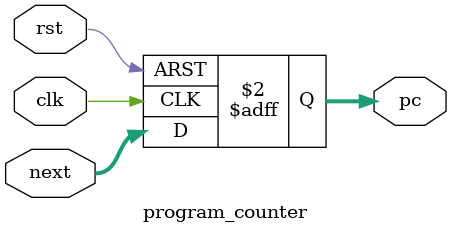
<source format=v>

module program_counter (
    input clk,
    input rst,
    input [3:0] next,
    output reg [3:0] pc
);

always @ (posedge clk or posedge rst)
begin
    if(rst)
        pc <= 4'b0;
    else
        pc <= next;
end

endmodule
</source>
